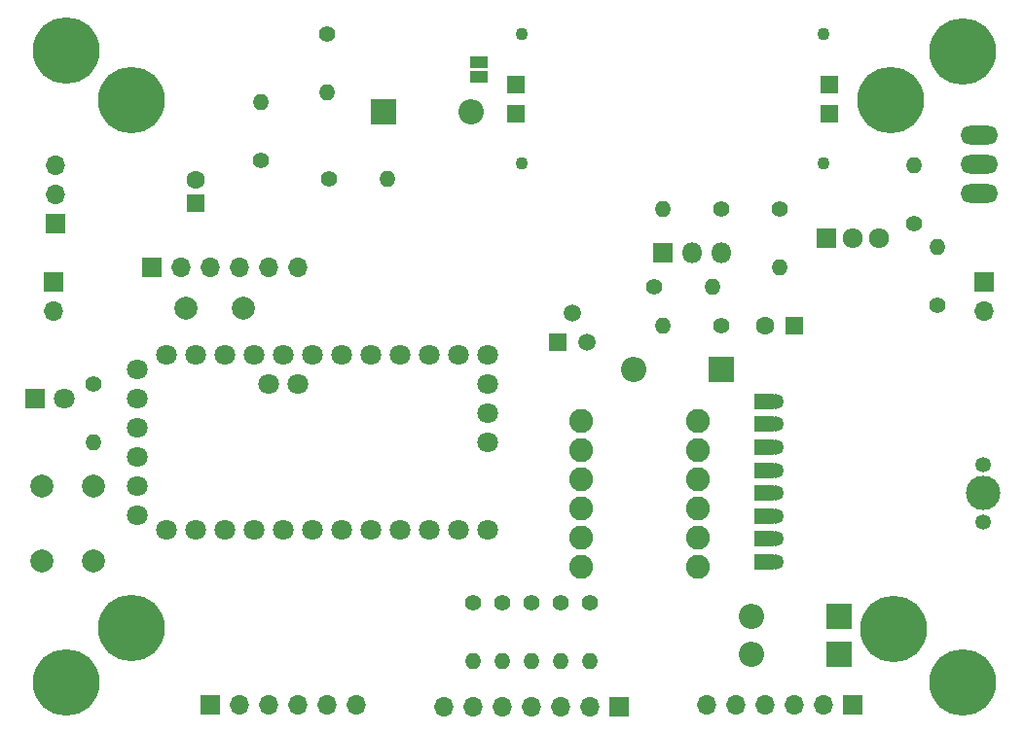
<source format=gbr>
G04 #@! TF.GenerationSoftware,KiCad,Pcbnew,5.1.12-84ad8e8a86~92~ubuntu18.04.1*
G04 #@! TF.CreationDate,2021-11-21T15:48:55+01:00*
G04 #@! TF.ProjectId,HB-UNI-SenAct-4-4-SC_DS_FUEL4EP_PCB,48422d55-4e49-42d5-9365-6e4163742d34,rev?*
G04 #@! TF.SameCoordinates,Original*
G04 #@! TF.FileFunction,Soldermask,Top*
G04 #@! TF.FilePolarity,Negative*
%FSLAX46Y46*%
G04 Gerber Fmt 4.6, Leading zero omitted, Abs format (unit mm)*
G04 Created by KiCad (PCBNEW 5.1.12-84ad8e8a86~92~ubuntu18.04.1) date 2021-11-21 15:48:55*
%MOMM*%
%LPD*%
G01*
G04 APERTURE LIST*
%ADD10C,1.100000*%
%ADD11R,1.500000X1.524000*%
%ADD12C,5.800000*%
%ADD13O,3.251200X1.625600*%
%ADD14O,1.400000X1.400000*%
%ADD15C,1.400000*%
%ADD16O,1.700000X1.700000*%
%ADD17R,1.700000X1.700000*%
%ADD18C,2.000000*%
%ADD19C,1.498600*%
%ADD20R,1.498600X1.498600*%
%ADD21O,1.800000X1.800000*%
%ADD22R,1.800000X1.800000*%
%ADD23O,1.717500X1.800000*%
%ADD24R,1.717500X1.800000*%
%ADD25C,2.082800*%
%ADD26C,3.000000*%
%ADD27C,1.350000*%
%ADD28R,1.800000X1.350000*%
%ADD29C,1.800000*%
%ADD30R,1.500000X1.000000*%
%ADD31O,2.200000X2.200000*%
%ADD32R,2.200000X2.200000*%
%ADD33C,1.600000*%
%ADD34R,1.600000X1.600000*%
G04 APERTURE END LIST*
D10*
X43650000Y-13740000D03*
X69850000Y-13740000D03*
X69850000Y-2540000D03*
X43650000Y-2540000D03*
D11*
X43150000Y-9410000D03*
X43150000Y-6870000D03*
X70350000Y-9410000D03*
X70350000Y-6870000D03*
D12*
X82000000Y-4000000D03*
X82000000Y-59000000D03*
X4000000Y-59000000D03*
X4000000Y-3980000D03*
D13*
X83439000Y-11303000D03*
X83439000Y-13843000D03*
X83439000Y-16383000D03*
D14*
X39370000Y-57150000D03*
D15*
X39370000Y-52070000D03*
D14*
X77724000Y-13970000D03*
D15*
X77724000Y-19050000D03*
D14*
X79819500Y-21018500D03*
D15*
X79819500Y-26098500D03*
D14*
X49530000Y-57150000D03*
D15*
X49530000Y-52070000D03*
D14*
X46990000Y-57150000D03*
D15*
X46990000Y-52070000D03*
D14*
X44450000Y-57150000D03*
D15*
X44450000Y-52070000D03*
D14*
X41910000Y-57150000D03*
D15*
X41910000Y-52070000D03*
D16*
X36830000Y-61093000D03*
X39370000Y-61093000D03*
X41910000Y-61093000D03*
X44450000Y-61093000D03*
X46990000Y-61093000D03*
X49530000Y-61093000D03*
D17*
X52070000Y-61093000D03*
D18*
X1850000Y-41910000D03*
X6350000Y-41910000D03*
X1850000Y-48410000D03*
X6350000Y-48410000D03*
D14*
X26670000Y-7620000D03*
D15*
X26670000Y-2540000D03*
D14*
X55880000Y-27940000D03*
D15*
X60960000Y-27940000D03*
D14*
X60198000Y-24511000D03*
D15*
X55118000Y-24511000D03*
D14*
X55880000Y-17780000D03*
D15*
X60960000Y-17780000D03*
D14*
X31940500Y-15113000D03*
D15*
X26860500Y-15113000D03*
D14*
X66040000Y-22860000D03*
D15*
X66040000Y-17780000D03*
D14*
X20955000Y-8445500D03*
D15*
X20955000Y-13525500D03*
D14*
X6350000Y-38100000D03*
D15*
X6350000Y-33020000D03*
D19*
X49276000Y-29337000D03*
X48006000Y-26797000D03*
D20*
X46736000Y-29337000D03*
D21*
X60960000Y-21590000D03*
X58420000Y-21590000D03*
D22*
X55880000Y-21590000D03*
D23*
X74673000Y-20320000D03*
X72383000Y-20320000D03*
D24*
X70093000Y-20320000D03*
D25*
X58917000Y-36201000D03*
X58917000Y-38741000D03*
X58917000Y-46361000D03*
X58917000Y-48901000D03*
X58917000Y-43821000D03*
X48757000Y-36201000D03*
X48757000Y-38741000D03*
X48757000Y-46361000D03*
X48757000Y-48901000D03*
X48757000Y-43821000D03*
X48757000Y-41281000D03*
X58917000Y-41281000D03*
D26*
X83735000Y-42480000D03*
D27*
X83735000Y-44980000D03*
X83735000Y-39980000D03*
D28*
X64735000Y-46480000D03*
X64735000Y-44480000D03*
X64735000Y-42480000D03*
X64735000Y-40480000D03*
X64735000Y-38480000D03*
X64735000Y-36480000D03*
X64735000Y-34480000D03*
D27*
X65735000Y-46480000D03*
X65735000Y-44480000D03*
X65735000Y-42480000D03*
X65735000Y-40480000D03*
X65735000Y-38480000D03*
X65735000Y-36480000D03*
X65735000Y-34480000D03*
D28*
X64735000Y-48480000D03*
D27*
X65735000Y-48480000D03*
D29*
X40640000Y-35560000D03*
X40640000Y-33020000D03*
X40640000Y-30480000D03*
X38100000Y-30480000D03*
X35560000Y-30480000D03*
X33020000Y-30480000D03*
X30480000Y-30480000D03*
X27940000Y-30480000D03*
X25400000Y-30480000D03*
X22860000Y-30480000D03*
X20320000Y-30480000D03*
X17780000Y-30480000D03*
X15240000Y-30480000D03*
X12700000Y-30480000D03*
X12700000Y-45720000D03*
X15240000Y-45720000D03*
X17780000Y-45720000D03*
X20320000Y-45720000D03*
X22860000Y-45720000D03*
X25400000Y-45720000D03*
X27940000Y-45720000D03*
X30480000Y-45720000D03*
X33020000Y-45720000D03*
X35560000Y-45720000D03*
X38100000Y-45720000D03*
X40640000Y-45720000D03*
X24130000Y-33020000D03*
X21590000Y-33020000D03*
X40640000Y-38100000D03*
X10160000Y-44450000D03*
X10160000Y-41910000D03*
X10160000Y-39370000D03*
X10160000Y-36830000D03*
X10160000Y-34290000D03*
X10160000Y-31750000D03*
D30*
X39878000Y-6238000D03*
X39878000Y-4938000D03*
D16*
X3048000Y-13970000D03*
X3048000Y-16510000D03*
D17*
X3048000Y-19050000D03*
D16*
X2921000Y-26670000D03*
D17*
X2921000Y-24130000D03*
D16*
X24130000Y-22860000D03*
X21590000Y-22860000D03*
X19050000Y-22860000D03*
X16510000Y-22860000D03*
X13970000Y-22860000D03*
D17*
X11430000Y-22860000D03*
D16*
X59690000Y-60960000D03*
X62230000Y-60960000D03*
X64770000Y-60960000D03*
X67310000Y-60960000D03*
X69850000Y-60960000D03*
D17*
X72390000Y-60960000D03*
D16*
X29210000Y-60960000D03*
X26670000Y-60960000D03*
X24130000Y-60960000D03*
X21590000Y-60960000D03*
X19050000Y-60960000D03*
D17*
X16510000Y-60960000D03*
D16*
X83820000Y-26670000D03*
D17*
X83820000Y-24130000D03*
D12*
X75951000Y-54362000D03*
X9657000Y-54235000D03*
X9657000Y-8261000D03*
X75697000Y-8261000D03*
D31*
X39243000Y-9271000D03*
D32*
X31623000Y-9271000D03*
D31*
X63627000Y-56515000D03*
D32*
X71247000Y-56515000D03*
D31*
X63627000Y-53213000D03*
D32*
X71247000Y-53213000D03*
D31*
X53340000Y-31750000D03*
D32*
X60960000Y-31750000D03*
D29*
X3810000Y-34290000D03*
D22*
X1270000Y-34290000D03*
D33*
X15240000Y-15240000D03*
D34*
X15240000Y-17240000D03*
D18*
X14431000Y-26416000D03*
X19431000Y-26416000D03*
D33*
X64810000Y-27940000D03*
D34*
X67310000Y-27940000D03*
M02*

</source>
